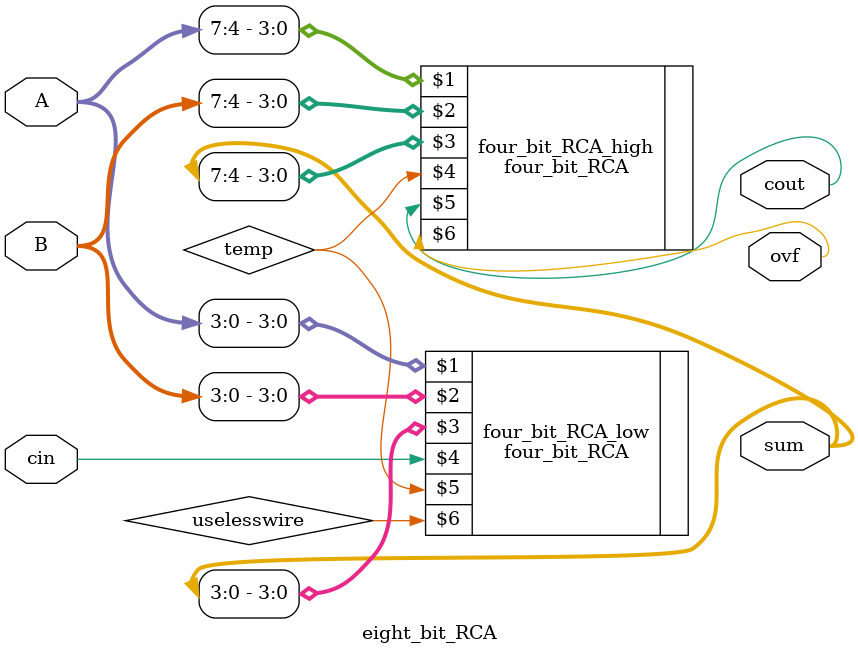
<source format=v>
module eight_bit_RCA(A, B, sum, cin, cout,ovf);
	
	parameter SIZE = 8;
	
	input [7:0] A, B;
	output [7:0] sum;
	input cin;
	output cout,ovf;
	wire temp;
	wire uselesswire;
	
	four_bit_RCA four_bit_RCA_low(A[3:0], B[3:0], sum[3:0], cin, temp,uselesswire);
	four_bit_RCA four_bit_RCA_high(A[7:4], B[7:4], sum[7:4], temp, cout,ovf);
	

endmodule
</source>
